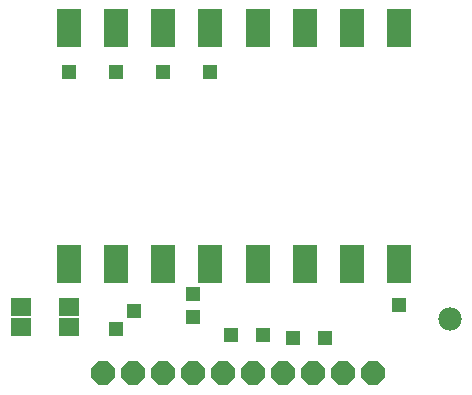
<source format=gts>
G75*
%MOIN*%
%OFA0B0*%
%FSLAX25Y25*%
%IPPOS*%
%LPD*%
%AMOC8*
5,1,8,0,0,1.08239X$1,22.5*
%
%ADD10R,0.06706X0.05918*%
%ADD11C,0.07800*%
%ADD12R,0.07887X0.12611*%
%ADD13OC8,0.07800*%
%ADD14R,0.04762X0.04762*%
D10*
X0018717Y0027181D03*
X0018717Y0033874D03*
X0034465Y0033874D03*
X0034465Y0027181D03*
D11*
X0161472Y0030016D03*
D12*
X0144701Y0048244D03*
X0128953Y0048244D03*
X0113205Y0048244D03*
X0097457Y0048244D03*
X0081709Y0048244D03*
X0065961Y0048244D03*
X0050213Y0048244D03*
X0034465Y0048244D03*
X0034465Y0126984D03*
X0050213Y0126984D03*
X0065961Y0126984D03*
X0081709Y0126984D03*
X0097457Y0126984D03*
X0113205Y0126984D03*
X0128953Y0126984D03*
X0144701Y0126984D03*
D13*
X0135882Y0011984D03*
X0125882Y0011984D03*
X0115882Y0011984D03*
X0105882Y0011984D03*
X0095882Y0011984D03*
X0085882Y0011984D03*
X0075882Y0011984D03*
X0065882Y0011984D03*
X0055882Y0011984D03*
X0045882Y0011984D03*
D14*
X0050213Y0026591D03*
X0056118Y0032496D03*
X0075803Y0030528D03*
X0075803Y0038402D03*
X0088598Y0024622D03*
X0099425Y0024622D03*
X0109268Y0023638D03*
X0120094Y0023638D03*
X0144701Y0034465D03*
X0081709Y0112220D03*
X0065961Y0112220D03*
X0050213Y0112220D03*
X0034465Y0112220D03*
M02*

</source>
